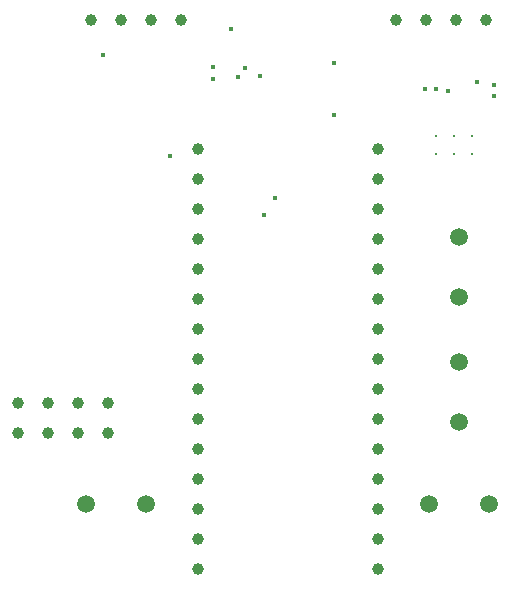
<source format=gbr>
%TF.GenerationSoftware,KiCad,Pcbnew,(6.0.9)*%
%TF.CreationDate,2023-02-05T07:26:16+11:00*%
%TF.ProjectId,SumoBotPCBA001,53756d6f-426f-4745-9043-42413030312e,rev?*%
%TF.SameCoordinates,Original*%
%TF.FileFunction,Plated,1,2,PTH,Drill*%
%TF.FilePolarity,Positive*%
%FSLAX46Y46*%
G04 Gerber Fmt 4.6, Leading zero omitted, Abs format (unit mm)*
G04 Created by KiCad (PCBNEW (6.0.9)) date 2023-02-05 07:26:16*
%MOMM*%
%LPD*%
G01*
G04 APERTURE LIST*
%TA.AperFunction,ComponentDrill*%
%ADD10C,0.330000*%
%TD*%
%TA.AperFunction,ViaDrill*%
%ADD11C,0.400000*%
%TD*%
%TA.AperFunction,ComponentDrill*%
%ADD12C,1.000000*%
%TD*%
%TA.AperFunction,ComponentDrill*%
%ADD13C,1.520000*%
%TD*%
G04 APERTURE END LIST*
D10*
%TO.C,U3*%
X182600000Y-90850000D03*
X182600000Y-92350000D03*
X184100000Y-90850000D03*
X184100000Y-92350000D03*
X185600000Y-90850000D03*
X185600000Y-92350000D03*
%TD*%
D11*
X154400000Y-84000000D03*
X160000000Y-92500000D03*
X163700000Y-85000000D03*
X163700000Y-86000000D03*
X165200000Y-81800000D03*
X165787701Y-85887701D03*
X166381715Y-85083866D03*
X167700000Y-85800000D03*
X167987701Y-97512299D03*
X168887701Y-96087701D03*
X173900000Y-84700000D03*
X173900000Y-89100000D03*
X181600497Y-86900000D03*
X182600000Y-86900000D03*
X183600000Y-87000000D03*
X186000000Y-86300000D03*
X187500000Y-86500000D03*
X187500000Y-87500000D03*
D12*
%TO.C,U2*%
X147175000Y-113460000D03*
X147175000Y-116000000D03*
X149715000Y-113460000D03*
X149715000Y-116000000D03*
X152255000Y-113460000D03*
X152255000Y-116000000D03*
%TO.C,J6*%
X153380000Y-81000000D03*
%TO.C,U2*%
X154795000Y-113460000D03*
X154795000Y-116000000D03*
%TO.C,J6*%
X155920000Y-81000000D03*
X158460000Y-81000000D03*
X161000000Y-81000000D03*
%TO.C,A1*%
X162390000Y-91950000D03*
X162390000Y-94490000D03*
X162390000Y-97030000D03*
X162390000Y-99570000D03*
X162390000Y-102110000D03*
X162390000Y-104650000D03*
X162390000Y-107190000D03*
X162390000Y-109730000D03*
X162390000Y-112270000D03*
X162390000Y-114810000D03*
X162390000Y-117350000D03*
X162390000Y-119890000D03*
X162390000Y-122430000D03*
X162390000Y-124970000D03*
X162390000Y-127510000D03*
X177630000Y-91950000D03*
X177630000Y-94490000D03*
X177630000Y-97030000D03*
X177630000Y-99570000D03*
X177630000Y-102110000D03*
X177630000Y-104650000D03*
X177630000Y-107190000D03*
X177630000Y-109730000D03*
X177630000Y-112270000D03*
X177630000Y-114810000D03*
X177630000Y-117350000D03*
X177630000Y-119890000D03*
X177630000Y-122430000D03*
X177630000Y-124970000D03*
X177630000Y-127510000D03*
%TO.C,J5*%
X179200000Y-81000000D03*
X181740000Y-81000000D03*
X184280000Y-81000000D03*
X186820000Y-81000000D03*
D13*
%TO.C,J2*%
X152960000Y-122000000D03*
X158040000Y-122000000D03*
%TO.C,J1*%
X181960000Y-122000000D03*
%TO.C,J3*%
X184500000Y-99392500D03*
X184500000Y-104472500D03*
%TO.C,J4*%
X184500000Y-109960000D03*
X184500000Y-115040000D03*
%TO.C,J1*%
X187040000Y-122000000D03*
M02*

</source>
